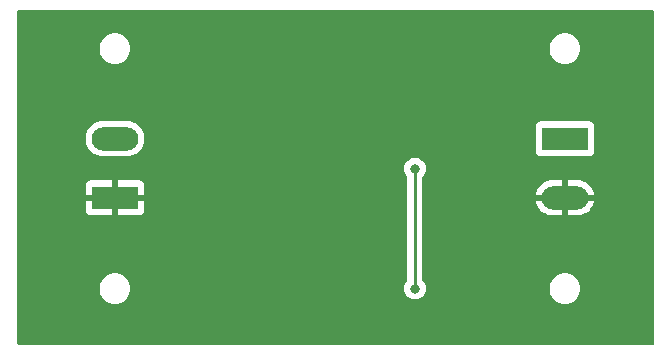
<source format=gbr>
%TF.GenerationSoftware,KiCad,Pcbnew,(6.99.0-5210-g1b15854da5)*%
%TF.CreationDate,2023-02-20T10:03:57+05:30*%
%TF.ProjectId,Prot_Circ,50726f74-5f43-4697-9263-2e6b69636164,rev?*%
%TF.SameCoordinates,Original*%
%TF.FileFunction,Copper,L2,Bot*%
%TF.FilePolarity,Positive*%
%FSLAX46Y46*%
G04 Gerber Fmt 4.6, Leading zero omitted, Abs format (unit mm)*
G04 Created by KiCad (PCBNEW (6.99.0-5210-g1b15854da5)) date 2023-02-20 10:03:57*
%MOMM*%
%LPD*%
G01*
G04 APERTURE LIST*
%TA.AperFunction,ComponentPad*%
%ADD10R,3.960000X1.980000*%
%TD*%
%TA.AperFunction,ComponentPad*%
%ADD11O,3.960000X1.980000*%
%TD*%
%TA.AperFunction,ViaPad*%
%ADD12C,0.600000*%
%TD*%
%TA.AperFunction,ViaPad*%
%ADD13C,0.800000*%
%TD*%
%TA.AperFunction,Conductor*%
%ADD14C,0.250000*%
%TD*%
G04 APERTURE END LIST*
D10*
%TO.P,J1,1,Pin_1*%
%TO.N,Earth*%
X121919999Y-88819999D03*
D11*
%TO.P,J1,2,Pin_2*%
%TO.N,Net-(F1-OUT)*%
X121919999Y-83819999D03*
%TD*%
D10*
%TO.P,J2,1,Pin_1*%
%TO.N,Net-(F1-IN)*%
X160019999Y-83819999D03*
D11*
%TO.P,J2,2,Pin_2*%
%TO.N,Earth*%
X160019999Y-88819999D03*
%TD*%
D12*
%TO.N,Earth*%
X135661400Y-84912200D03*
X135661400Y-83997800D03*
D13*
%TO.N,Net-(F1-OVLO)*%
X147320000Y-96520000D03*
X147320000Y-86360000D03*
%TD*%
D14*
%TO.N,Net-(F1-OVLO)*%
X147320000Y-88900000D02*
X147320000Y-86360000D01*
X147320000Y-91440000D02*
X147320000Y-88900000D01*
X147320000Y-96520000D02*
X147320000Y-91440000D01*
%TD*%
%TA.AperFunction,Conductor*%
%TO.N,Earth*%
G36*
X167500300Y-72940781D02*
G01*
X167546419Y-72986900D01*
X167563300Y-73049900D01*
X167563300Y-101168700D01*
X167546419Y-101231700D01*
X167500300Y-101277819D01*
X167437300Y-101294700D01*
X113791500Y-101294700D01*
X113728500Y-101277819D01*
X113682381Y-101231700D01*
X113665500Y-101168700D01*
X113665500Y-96520000D01*
X120614532Y-96520000D01*
X120615011Y-96525475D01*
X120631697Y-96716205D01*
X120634365Y-96746692D01*
X120693261Y-96966496D01*
X120789432Y-97172734D01*
X120792584Y-97177235D01*
X120792586Y-97177239D01*
X120916793Y-97354627D01*
X120916797Y-97354631D01*
X120919953Y-97359139D01*
X121080861Y-97520047D01*
X121085369Y-97523203D01*
X121085372Y-97523206D01*
X121262760Y-97647413D01*
X121267266Y-97650568D01*
X121473504Y-97746739D01*
X121693308Y-97805635D01*
X121863216Y-97820500D01*
X121974044Y-97820500D01*
X121976784Y-97820500D01*
X122146692Y-97805635D01*
X122366496Y-97746739D01*
X122572734Y-97650568D01*
X122759139Y-97520047D01*
X122920047Y-97359139D01*
X123050568Y-97172734D01*
X123146739Y-96966496D01*
X123205635Y-96746692D01*
X123225468Y-96520000D01*
X146406496Y-96520000D01*
X146426458Y-96709928D01*
X146428495Y-96716200D01*
X146428497Y-96716205D01*
X146483430Y-96885271D01*
X146483433Y-96885278D01*
X146485473Y-96891556D01*
X146580960Y-97056944D01*
X146708747Y-97198866D01*
X146863248Y-97311118D01*
X147037712Y-97388794D01*
X147224513Y-97428500D01*
X147408884Y-97428500D01*
X147415487Y-97428500D01*
X147602288Y-97388794D01*
X147776752Y-97311118D01*
X147931253Y-97198866D01*
X148059040Y-97056944D01*
X148154527Y-96891556D01*
X148213542Y-96709928D01*
X148233504Y-96520000D01*
X158714532Y-96520000D01*
X158715011Y-96525475D01*
X158731697Y-96716205D01*
X158734365Y-96746692D01*
X158793261Y-96966496D01*
X158889432Y-97172734D01*
X158892584Y-97177235D01*
X158892586Y-97177239D01*
X159016793Y-97354627D01*
X159016797Y-97354631D01*
X159019953Y-97359139D01*
X159180861Y-97520047D01*
X159185369Y-97523203D01*
X159185372Y-97523206D01*
X159362760Y-97647413D01*
X159367266Y-97650568D01*
X159573504Y-97746739D01*
X159793308Y-97805635D01*
X159963216Y-97820500D01*
X160074044Y-97820500D01*
X160076784Y-97820500D01*
X160246692Y-97805635D01*
X160466496Y-97746739D01*
X160672734Y-97650568D01*
X160859139Y-97520047D01*
X161020047Y-97359139D01*
X161150568Y-97172734D01*
X161246739Y-96966496D01*
X161305635Y-96746692D01*
X161325468Y-96520000D01*
X161305635Y-96293308D01*
X161246739Y-96073504D01*
X161150568Y-95867266D01*
X161020047Y-95680861D01*
X160859139Y-95519953D01*
X160854631Y-95516797D01*
X160854627Y-95516793D01*
X160677239Y-95392586D01*
X160677235Y-95392584D01*
X160672734Y-95389432D01*
X160466496Y-95293261D01*
X160461188Y-95291838D01*
X160461186Y-95291838D01*
X160252006Y-95235789D01*
X160252007Y-95235789D01*
X160246692Y-95234365D01*
X160241216Y-95233885D01*
X160241211Y-95233885D01*
X160079507Y-95219738D01*
X160079501Y-95219737D01*
X160076784Y-95219500D01*
X159963216Y-95219500D01*
X159960499Y-95219737D01*
X159960492Y-95219738D01*
X159798788Y-95233885D01*
X159798781Y-95233886D01*
X159793308Y-95234365D01*
X159787994Y-95235788D01*
X159787993Y-95235789D01*
X159578813Y-95291838D01*
X159578808Y-95291839D01*
X159573504Y-95293261D01*
X159568527Y-95295581D01*
X159568521Y-95295584D01*
X159372247Y-95387109D01*
X159372244Y-95387110D01*
X159367266Y-95389432D01*
X159362769Y-95392580D01*
X159362760Y-95392586D01*
X159185372Y-95516793D01*
X159185361Y-95516801D01*
X159180861Y-95519953D01*
X159176971Y-95523842D01*
X159176965Y-95523848D01*
X159023848Y-95676965D01*
X159023842Y-95676971D01*
X159019953Y-95680861D01*
X159016801Y-95685361D01*
X159016793Y-95685372D01*
X158892586Y-95862760D01*
X158892580Y-95862769D01*
X158889432Y-95867266D01*
X158887110Y-95872244D01*
X158887109Y-95872247D01*
X158795584Y-96068521D01*
X158795581Y-96068527D01*
X158793261Y-96073504D01*
X158734365Y-96293308D01*
X158733886Y-96298781D01*
X158733885Y-96298788D01*
X158730574Y-96336635D01*
X158714532Y-96520000D01*
X148233504Y-96520000D01*
X148213542Y-96330072D01*
X148154527Y-96148444D01*
X148059040Y-95983056D01*
X147985861Y-95901783D01*
X147961869Y-95862630D01*
X147953500Y-95817476D01*
X147953500Y-89087541D01*
X157555931Y-89087541D01*
X157572003Y-89183855D01*
X157574553Y-89193925D01*
X157651776Y-89418870D01*
X157655950Y-89428384D01*
X157769152Y-89637562D01*
X157774823Y-89646243D01*
X157920903Y-89833927D01*
X157927947Y-89841579D01*
X158102915Y-90002648D01*
X158111121Y-90009036D01*
X158310225Y-90139117D01*
X158319360Y-90144060D01*
X158537160Y-90239596D01*
X158546985Y-90242969D01*
X158777533Y-90301351D01*
X158787787Y-90303063D01*
X158965441Y-90317784D01*
X158970656Y-90318000D01*
X159749410Y-90318000D01*
X159762493Y-90314493D01*
X159766000Y-90301410D01*
X160274000Y-90301410D01*
X160277506Y-90314493D01*
X160290590Y-90318000D01*
X161069344Y-90318000D01*
X161074558Y-90317784D01*
X161252212Y-90303063D01*
X161262466Y-90301351D01*
X161493014Y-90242969D01*
X161502839Y-90239596D01*
X161720639Y-90144060D01*
X161729774Y-90139117D01*
X161928878Y-90009036D01*
X161937084Y-90002648D01*
X162112052Y-89841579D01*
X162119096Y-89833927D01*
X162265176Y-89646243D01*
X162270847Y-89637562D01*
X162384049Y-89428384D01*
X162388223Y-89418870D01*
X162465446Y-89193925D01*
X162467996Y-89183855D01*
X162484068Y-89087541D01*
X162483492Y-89076401D01*
X162472601Y-89074000D01*
X160290590Y-89074000D01*
X160277506Y-89077506D01*
X160274000Y-89090590D01*
X160274000Y-90301410D01*
X159766000Y-90301410D01*
X159766000Y-89090590D01*
X159762493Y-89077506D01*
X159749410Y-89074000D01*
X157567399Y-89074000D01*
X157556507Y-89076401D01*
X157555931Y-89087541D01*
X147953500Y-89087541D01*
X147953500Y-88552458D01*
X157555931Y-88552458D01*
X157556507Y-88563598D01*
X157567399Y-88566000D01*
X159749410Y-88566000D01*
X159762493Y-88562493D01*
X159766000Y-88549410D01*
X160274000Y-88549410D01*
X160277506Y-88562493D01*
X160290590Y-88566000D01*
X162472601Y-88566000D01*
X162483492Y-88563598D01*
X162484068Y-88552458D01*
X162467996Y-88456144D01*
X162465446Y-88446074D01*
X162388223Y-88221129D01*
X162384049Y-88211615D01*
X162270847Y-88002437D01*
X162265176Y-87993756D01*
X162119096Y-87806072D01*
X162112052Y-87798420D01*
X161937084Y-87637351D01*
X161928878Y-87630963D01*
X161729774Y-87500882D01*
X161720639Y-87495939D01*
X161502839Y-87400403D01*
X161493014Y-87397030D01*
X161262466Y-87338648D01*
X161252212Y-87336936D01*
X161074558Y-87322215D01*
X161069344Y-87322000D01*
X160290590Y-87322000D01*
X160277506Y-87325506D01*
X160274000Y-87338590D01*
X160274000Y-88549410D01*
X159766000Y-88549410D01*
X159766000Y-87338590D01*
X159762493Y-87325506D01*
X159749410Y-87322000D01*
X158970656Y-87322000D01*
X158965441Y-87322215D01*
X158787787Y-87336936D01*
X158777533Y-87338648D01*
X158546985Y-87397030D01*
X158537160Y-87400403D01*
X158319360Y-87495939D01*
X158310225Y-87500882D01*
X158111121Y-87630963D01*
X158102915Y-87637351D01*
X157927947Y-87798420D01*
X157920903Y-87806072D01*
X157774823Y-87993756D01*
X157769152Y-88002437D01*
X157655950Y-88211615D01*
X157651776Y-88221129D01*
X157574553Y-88446074D01*
X157572003Y-88456144D01*
X157555931Y-88552458D01*
X147953500Y-88552458D01*
X147953500Y-87062524D01*
X147961869Y-87017370D01*
X147985861Y-86978216D01*
X148059040Y-86896944D01*
X148154527Y-86731556D01*
X148213542Y-86549928D01*
X148233504Y-86360000D01*
X148213542Y-86170072D01*
X148154527Y-85988444D01*
X148059040Y-85823056D01*
X147931253Y-85681134D01*
X147925911Y-85677253D01*
X147925908Y-85677250D01*
X147848057Y-85620688D01*
X147776752Y-85568882D01*
X147602288Y-85491206D01*
X147595835Y-85489834D01*
X147595831Y-85489833D01*
X147421943Y-85452872D01*
X147421940Y-85452871D01*
X147415487Y-85451500D01*
X147224513Y-85451500D01*
X147218060Y-85452871D01*
X147218056Y-85452872D01*
X147044168Y-85489833D01*
X147044161Y-85489835D01*
X147037712Y-85491206D01*
X147031682Y-85493890D01*
X147031681Y-85493891D01*
X146869278Y-85566197D01*
X146869275Y-85566198D01*
X146863248Y-85568882D01*
X146857907Y-85572762D01*
X146857906Y-85572763D01*
X146714091Y-85677250D01*
X146714083Y-85677256D01*
X146708747Y-85681134D01*
X146704330Y-85686039D01*
X146704325Y-85686044D01*
X146585379Y-85818148D01*
X146580960Y-85823056D01*
X146577661Y-85828769D01*
X146577658Y-85828774D01*
X146488777Y-85982721D01*
X146485473Y-85988444D01*
X146483434Y-85994718D01*
X146483430Y-85994728D01*
X146428497Y-86163794D01*
X146428495Y-86163801D01*
X146426458Y-86170072D01*
X146406496Y-86360000D01*
X146426458Y-86549928D01*
X146428495Y-86556200D01*
X146428497Y-86556205D01*
X146483430Y-86725271D01*
X146483433Y-86725278D01*
X146485473Y-86731556D01*
X146580960Y-86896944D01*
X146654138Y-86978216D01*
X146678131Y-87017370D01*
X146686500Y-87062524D01*
X146686500Y-95817476D01*
X146678131Y-95862630D01*
X146654138Y-95901783D01*
X146580960Y-95983056D01*
X146577661Y-95988769D01*
X146577658Y-95988774D01*
X146488777Y-96142721D01*
X146485473Y-96148444D01*
X146483434Y-96154718D01*
X146483430Y-96154728D01*
X146428497Y-96323794D01*
X146428495Y-96323801D01*
X146426458Y-96330072D01*
X146406496Y-96520000D01*
X123225468Y-96520000D01*
X123205635Y-96293308D01*
X123146739Y-96073504D01*
X123050568Y-95867266D01*
X122920047Y-95680861D01*
X122759139Y-95519953D01*
X122754631Y-95516797D01*
X122754627Y-95516793D01*
X122577239Y-95392586D01*
X122577235Y-95392584D01*
X122572734Y-95389432D01*
X122366496Y-95293261D01*
X122361188Y-95291838D01*
X122361186Y-95291838D01*
X122152006Y-95235789D01*
X122152007Y-95235789D01*
X122146692Y-95234365D01*
X122141216Y-95233885D01*
X122141211Y-95233885D01*
X121979507Y-95219738D01*
X121979501Y-95219737D01*
X121976784Y-95219500D01*
X121863216Y-95219500D01*
X121860499Y-95219737D01*
X121860492Y-95219738D01*
X121698788Y-95233885D01*
X121698781Y-95233886D01*
X121693308Y-95234365D01*
X121687994Y-95235788D01*
X121687993Y-95235789D01*
X121478813Y-95291838D01*
X121478808Y-95291839D01*
X121473504Y-95293261D01*
X121468527Y-95295581D01*
X121468521Y-95295584D01*
X121272247Y-95387109D01*
X121272244Y-95387110D01*
X121267266Y-95389432D01*
X121262769Y-95392580D01*
X121262760Y-95392586D01*
X121085372Y-95516793D01*
X121085361Y-95516801D01*
X121080861Y-95519953D01*
X121076971Y-95523842D01*
X121076965Y-95523848D01*
X120923848Y-95676965D01*
X120923842Y-95676971D01*
X120919953Y-95680861D01*
X120916801Y-95685361D01*
X120916793Y-95685372D01*
X120792586Y-95862760D01*
X120792580Y-95862769D01*
X120789432Y-95867266D01*
X120787110Y-95872244D01*
X120787109Y-95872247D01*
X120695584Y-96068521D01*
X120695581Y-96068527D01*
X120693261Y-96073504D01*
X120634365Y-96293308D01*
X120633886Y-96298781D01*
X120633885Y-96298788D01*
X120630574Y-96336635D01*
X120614532Y-96520000D01*
X113665500Y-96520000D01*
X113665500Y-89855223D01*
X119432000Y-89855223D01*
X119432359Y-89861938D01*
X119437662Y-89911257D01*
X119441259Y-89926478D01*
X119486405Y-90047519D01*
X119494954Y-90063175D01*
X119571697Y-90165692D01*
X119584307Y-90178302D01*
X119686824Y-90255045D01*
X119702480Y-90263594D01*
X119823521Y-90308740D01*
X119838742Y-90312337D01*
X119888061Y-90317640D01*
X119894777Y-90318000D01*
X121649410Y-90318000D01*
X121662493Y-90314493D01*
X121666000Y-90301410D01*
X122174000Y-90301410D01*
X122177506Y-90314493D01*
X122190590Y-90318000D01*
X123945223Y-90318000D01*
X123951938Y-90317640D01*
X124001257Y-90312337D01*
X124016478Y-90308740D01*
X124137519Y-90263594D01*
X124153175Y-90255045D01*
X124255692Y-90178302D01*
X124268302Y-90165692D01*
X124345045Y-90063175D01*
X124353594Y-90047519D01*
X124398740Y-89926478D01*
X124402337Y-89911257D01*
X124407640Y-89861938D01*
X124408000Y-89855223D01*
X124408000Y-89090590D01*
X124404493Y-89077506D01*
X124391410Y-89074000D01*
X122190590Y-89074000D01*
X122177506Y-89077506D01*
X122174000Y-89090590D01*
X122174000Y-90301410D01*
X121666000Y-90301410D01*
X121666000Y-89090590D01*
X121662493Y-89077506D01*
X121649410Y-89074000D01*
X119448590Y-89074000D01*
X119435506Y-89077506D01*
X119432000Y-89090590D01*
X119432000Y-89855223D01*
X113665500Y-89855223D01*
X113665500Y-88549410D01*
X119432000Y-88549410D01*
X119435506Y-88562493D01*
X119448590Y-88566000D01*
X121649410Y-88566000D01*
X121662493Y-88562493D01*
X121666000Y-88549410D01*
X122174000Y-88549410D01*
X122177506Y-88562493D01*
X122190590Y-88566000D01*
X124391410Y-88566000D01*
X124404493Y-88562493D01*
X124408000Y-88549410D01*
X124408000Y-87784777D01*
X124407640Y-87778061D01*
X124402337Y-87728742D01*
X124398740Y-87713521D01*
X124353594Y-87592480D01*
X124345045Y-87576824D01*
X124268302Y-87474307D01*
X124255692Y-87461697D01*
X124153175Y-87384954D01*
X124137519Y-87376405D01*
X124016478Y-87331259D01*
X124001257Y-87327662D01*
X123951938Y-87322359D01*
X123945223Y-87322000D01*
X122190590Y-87322000D01*
X122177506Y-87325506D01*
X122174000Y-87338590D01*
X122174000Y-88549410D01*
X121666000Y-88549410D01*
X121666000Y-87338590D01*
X121662493Y-87325506D01*
X121649410Y-87322000D01*
X119894777Y-87322000D01*
X119888061Y-87322359D01*
X119838742Y-87327662D01*
X119823521Y-87331259D01*
X119702480Y-87376405D01*
X119686824Y-87384954D01*
X119584307Y-87461697D01*
X119571697Y-87474307D01*
X119494954Y-87576824D01*
X119486405Y-87592480D01*
X119441259Y-87713521D01*
X119437662Y-87728742D01*
X119432359Y-87778061D01*
X119432000Y-87784777D01*
X119432000Y-88549410D01*
X113665500Y-88549410D01*
X113665500Y-83944169D01*
X119431500Y-83944169D01*
X119472375Y-84189121D01*
X119474065Y-84194045D01*
X119474067Y-84194051D01*
X119551316Y-84419072D01*
X119551319Y-84419080D01*
X119553010Y-84424004D01*
X119671206Y-84642411D01*
X119823739Y-84838385D01*
X119827570Y-84841912D01*
X119827575Y-84841917D01*
X119977601Y-84980024D01*
X120006448Y-85006580D01*
X120214348Y-85142408D01*
X120441770Y-85242165D01*
X120682510Y-85303128D01*
X120868019Y-85318500D01*
X122969367Y-85318500D01*
X122971981Y-85318500D01*
X123157490Y-85303128D01*
X123398230Y-85242165D01*
X123625652Y-85142408D01*
X123833552Y-85006580D01*
X123994260Y-84858638D01*
X157531500Y-84858638D01*
X157531859Y-84861985D01*
X157531860Y-84861988D01*
X157537168Y-84911367D01*
X157537169Y-84911373D01*
X157538011Y-84919201D01*
X157540762Y-84926578D01*
X157540763Y-84926580D01*
X157585962Y-85047763D01*
X157585964Y-85047766D01*
X157589111Y-85056204D01*
X157594508Y-85063414D01*
X157594510Y-85063417D01*
X157655209Y-85144501D01*
X157676739Y-85173261D01*
X157683950Y-85178659D01*
X157770489Y-85243442D01*
X157793796Y-85260889D01*
X157930799Y-85311989D01*
X157991362Y-85318500D01*
X162045269Y-85318500D01*
X162048638Y-85318500D01*
X162109201Y-85311989D01*
X162246204Y-85260889D01*
X162363261Y-85173261D01*
X162450889Y-85056204D01*
X162501989Y-84919201D01*
X162508500Y-84858638D01*
X162508500Y-82781362D01*
X162501989Y-82720799D01*
X162450889Y-82583796D01*
X162363261Y-82466739D01*
X162356049Y-82461340D01*
X162253417Y-82384510D01*
X162253414Y-82384508D01*
X162246204Y-82379111D01*
X162237766Y-82375964D01*
X162237763Y-82375962D01*
X162116580Y-82330763D01*
X162116578Y-82330762D01*
X162109201Y-82328011D01*
X162101373Y-82327169D01*
X162101367Y-82327168D01*
X162051988Y-82321860D01*
X162051985Y-82321859D01*
X162048638Y-82321500D01*
X157991362Y-82321500D01*
X157988015Y-82321859D01*
X157988011Y-82321860D01*
X157938632Y-82327168D01*
X157938625Y-82327169D01*
X157930799Y-82328011D01*
X157923423Y-82330761D01*
X157923419Y-82330763D01*
X157802236Y-82375962D01*
X157802230Y-82375965D01*
X157793796Y-82379111D01*
X157786588Y-82384506D01*
X157786582Y-82384510D01*
X157683950Y-82461340D01*
X157683946Y-82461343D01*
X157676739Y-82466739D01*
X157671343Y-82473946D01*
X157671340Y-82473950D01*
X157594510Y-82576582D01*
X157594506Y-82576588D01*
X157589111Y-82583796D01*
X157585965Y-82592230D01*
X157585962Y-82592236D01*
X157540763Y-82713419D01*
X157540761Y-82713423D01*
X157538011Y-82720799D01*
X157537169Y-82728625D01*
X157537168Y-82728632D01*
X157531860Y-82778011D01*
X157531500Y-82781362D01*
X157531500Y-84858638D01*
X123994260Y-84858638D01*
X124016261Y-84838385D01*
X124168794Y-84642411D01*
X124286990Y-84424004D01*
X124367625Y-84189121D01*
X124408500Y-83944169D01*
X124408500Y-83695831D01*
X124367625Y-83450879D01*
X124286990Y-83215996D01*
X124168794Y-82997589D01*
X124016261Y-82801615D01*
X124012428Y-82798087D01*
X124012424Y-82798082D01*
X123837392Y-82636955D01*
X123833552Y-82633420D01*
X123829190Y-82630570D01*
X123829186Y-82630567D01*
X123630013Y-82500441D01*
X123630011Y-82500440D01*
X123625652Y-82497592D01*
X123543006Y-82461340D01*
X123403000Y-82399927D01*
X123402996Y-82399925D01*
X123398230Y-82397835D01*
X123393186Y-82396557D01*
X123393184Y-82396557D01*
X123162540Y-82338150D01*
X123162530Y-82338148D01*
X123157490Y-82336872D01*
X123152305Y-82336442D01*
X123152297Y-82336441D01*
X122974581Y-82321715D01*
X122974570Y-82321714D01*
X122971981Y-82321500D01*
X120868019Y-82321500D01*
X120865430Y-82321714D01*
X120865418Y-82321715D01*
X120687702Y-82336441D01*
X120687692Y-82336442D01*
X120682510Y-82336872D01*
X120677471Y-82338147D01*
X120677459Y-82338150D01*
X120446815Y-82396557D01*
X120446810Y-82396558D01*
X120441770Y-82397835D01*
X120437007Y-82399924D01*
X120436999Y-82399927D01*
X120219121Y-82495498D01*
X120219117Y-82495499D01*
X120214348Y-82497592D01*
X120209993Y-82500436D01*
X120209986Y-82500441D01*
X120010813Y-82630567D01*
X120010803Y-82630574D01*
X120006448Y-82633420D01*
X120002613Y-82636950D01*
X120002607Y-82636955D01*
X119827575Y-82798082D01*
X119827564Y-82798093D01*
X119823739Y-82801615D01*
X119820546Y-82805717D01*
X119820538Y-82805726D01*
X119674405Y-82993478D01*
X119674401Y-82993483D01*
X119671206Y-82997589D01*
X119668728Y-83002167D01*
X119668726Y-83002171D01*
X119555491Y-83211410D01*
X119555487Y-83211418D01*
X119553010Y-83215996D01*
X119551321Y-83220914D01*
X119551316Y-83220927D01*
X119474067Y-83445948D01*
X119474064Y-83445956D01*
X119472375Y-83450879D01*
X119431500Y-83695831D01*
X119431500Y-83944169D01*
X113665500Y-83944169D01*
X113665500Y-76200000D01*
X120614532Y-76200000D01*
X120634365Y-76426692D01*
X120693261Y-76646496D01*
X120789432Y-76852734D01*
X120792584Y-76857235D01*
X120792586Y-76857239D01*
X120916793Y-77034627D01*
X120916797Y-77034631D01*
X120919953Y-77039139D01*
X121080861Y-77200047D01*
X121085369Y-77203203D01*
X121085372Y-77203206D01*
X121262760Y-77327413D01*
X121267266Y-77330568D01*
X121473504Y-77426739D01*
X121693308Y-77485635D01*
X121863216Y-77500500D01*
X121974044Y-77500500D01*
X121976784Y-77500500D01*
X122146692Y-77485635D01*
X122366496Y-77426739D01*
X122572734Y-77330568D01*
X122759139Y-77200047D01*
X122920047Y-77039139D01*
X123050568Y-76852734D01*
X123146739Y-76646496D01*
X123205635Y-76426692D01*
X123225468Y-76200000D01*
X158714532Y-76200000D01*
X158734365Y-76426692D01*
X158793261Y-76646496D01*
X158889432Y-76852734D01*
X158892584Y-76857235D01*
X158892586Y-76857239D01*
X159016793Y-77034627D01*
X159016797Y-77034631D01*
X159019953Y-77039139D01*
X159180861Y-77200047D01*
X159185369Y-77203203D01*
X159185372Y-77203206D01*
X159362760Y-77327413D01*
X159367266Y-77330568D01*
X159573504Y-77426739D01*
X159793308Y-77485635D01*
X159963216Y-77500500D01*
X160074044Y-77500500D01*
X160076784Y-77500500D01*
X160246692Y-77485635D01*
X160466496Y-77426739D01*
X160672734Y-77330568D01*
X160859139Y-77200047D01*
X161020047Y-77039139D01*
X161150568Y-76852734D01*
X161246739Y-76646496D01*
X161305635Y-76426692D01*
X161325468Y-76200000D01*
X161305635Y-75973308D01*
X161246739Y-75753504D01*
X161150568Y-75547266D01*
X161020047Y-75360861D01*
X160859139Y-75199953D01*
X160854631Y-75196797D01*
X160854627Y-75196793D01*
X160677239Y-75072586D01*
X160677235Y-75072584D01*
X160672734Y-75069432D01*
X160466496Y-74973261D01*
X160461188Y-74971838D01*
X160461186Y-74971838D01*
X160252006Y-74915789D01*
X160252007Y-74915789D01*
X160246692Y-74914365D01*
X160241216Y-74913885D01*
X160241211Y-74913885D01*
X160079507Y-74899738D01*
X160079501Y-74899737D01*
X160076784Y-74899500D01*
X159963216Y-74899500D01*
X159960499Y-74899737D01*
X159960492Y-74899738D01*
X159798788Y-74913885D01*
X159798781Y-74913886D01*
X159793308Y-74914365D01*
X159787994Y-74915788D01*
X159787993Y-74915789D01*
X159578813Y-74971838D01*
X159578808Y-74971839D01*
X159573504Y-74973261D01*
X159568527Y-74975581D01*
X159568521Y-74975584D01*
X159372247Y-75067109D01*
X159372244Y-75067110D01*
X159367266Y-75069432D01*
X159362769Y-75072580D01*
X159362760Y-75072586D01*
X159185372Y-75196793D01*
X159185361Y-75196801D01*
X159180861Y-75199953D01*
X159176971Y-75203842D01*
X159176965Y-75203848D01*
X159023848Y-75356965D01*
X159023842Y-75356971D01*
X159019953Y-75360861D01*
X159016801Y-75365361D01*
X159016793Y-75365372D01*
X158892586Y-75542760D01*
X158892580Y-75542769D01*
X158889432Y-75547266D01*
X158887110Y-75552244D01*
X158887109Y-75552247D01*
X158795584Y-75748521D01*
X158795581Y-75748527D01*
X158793261Y-75753504D01*
X158734365Y-75973308D01*
X158733886Y-75978781D01*
X158733885Y-75978788D01*
X158715011Y-76194525D01*
X158714532Y-76200000D01*
X123225468Y-76200000D01*
X123205635Y-75973308D01*
X123146739Y-75753504D01*
X123050568Y-75547266D01*
X122920047Y-75360861D01*
X122759139Y-75199953D01*
X122754631Y-75196797D01*
X122754627Y-75196793D01*
X122577239Y-75072586D01*
X122577235Y-75072584D01*
X122572734Y-75069432D01*
X122366496Y-74973261D01*
X122361188Y-74971838D01*
X122361186Y-74971838D01*
X122152006Y-74915789D01*
X122152007Y-74915789D01*
X122146692Y-74914365D01*
X122141216Y-74913885D01*
X122141211Y-74913885D01*
X121979507Y-74899738D01*
X121979501Y-74899737D01*
X121976784Y-74899500D01*
X121863216Y-74899500D01*
X121860499Y-74899737D01*
X121860492Y-74899738D01*
X121698788Y-74913885D01*
X121698781Y-74913886D01*
X121693308Y-74914365D01*
X121687994Y-74915788D01*
X121687993Y-74915789D01*
X121478813Y-74971838D01*
X121478808Y-74971839D01*
X121473504Y-74973261D01*
X121468527Y-74975581D01*
X121468521Y-74975584D01*
X121272247Y-75067109D01*
X121272244Y-75067110D01*
X121267266Y-75069432D01*
X121262769Y-75072580D01*
X121262760Y-75072586D01*
X121085372Y-75196793D01*
X121085361Y-75196801D01*
X121080861Y-75199953D01*
X121076971Y-75203842D01*
X121076965Y-75203848D01*
X120923848Y-75356965D01*
X120923842Y-75356971D01*
X120919953Y-75360861D01*
X120916801Y-75365361D01*
X120916793Y-75365372D01*
X120792586Y-75542760D01*
X120792580Y-75542769D01*
X120789432Y-75547266D01*
X120787110Y-75552244D01*
X120787109Y-75552247D01*
X120695584Y-75748521D01*
X120695581Y-75748527D01*
X120693261Y-75753504D01*
X120634365Y-75973308D01*
X120633886Y-75978781D01*
X120633885Y-75978788D01*
X120615011Y-76194525D01*
X120614532Y-76200000D01*
X113665500Y-76200000D01*
X113665500Y-73049900D01*
X113682381Y-72986900D01*
X113728500Y-72940781D01*
X113791500Y-72923900D01*
X165328501Y-72923900D01*
X165328699Y-72923900D01*
X167437300Y-72923900D01*
X167500300Y-72940781D01*
G37*
%TD.AperFunction*%
%TD*%
M02*

</source>
